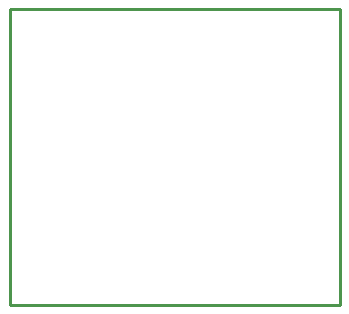
<source format=gbr>
G04 EAGLE Gerber X2 export*
%TF.Part,Single*%
%TF.FileFunction,Profile,NP*%
%TF.FilePolarity,Positive*%
%TF.GenerationSoftware,Autodesk,EAGLE,9.1.1*%
%TF.CreationDate,2018-08-03T17:53:41Z*%
G75*
%MOMM*%
%FSLAX34Y34*%
%LPD*%
%AMOC8*
5,1,8,0,0,1.08239X$1,22.5*%
G01*
%ADD10C,0.254000*%


D10*
X0Y0D02*
X279200Y0D01*
X279200Y250700D01*
X0Y250700D01*
X0Y0D01*
M02*

</source>
